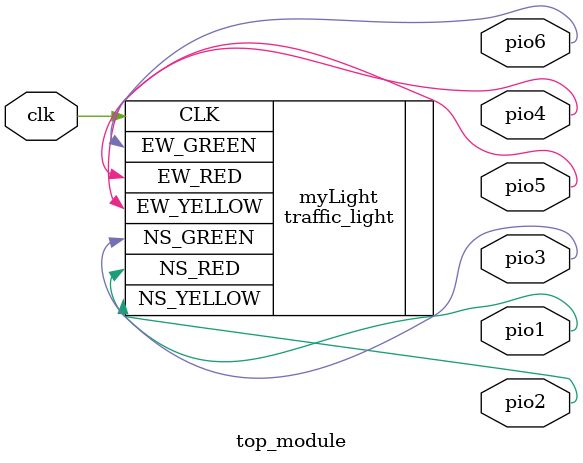
<source format=v>
`timescale 1ns / 1ps


module top_module(
    input clk,
    output pio1,
    output pio2,
    output pio3,
    output pio4,
    output pio5,
    output pio6
    );

    traffic_light myLight(.CLK(clk), .NS_RED(pio1), .NS_YELLOW(pio2), .NS_GREEN(pio3), .EW_RED(pio4), .EW_YELLOW(pio5), .EW_GREEN(pio6));
    
endmodule

</source>
